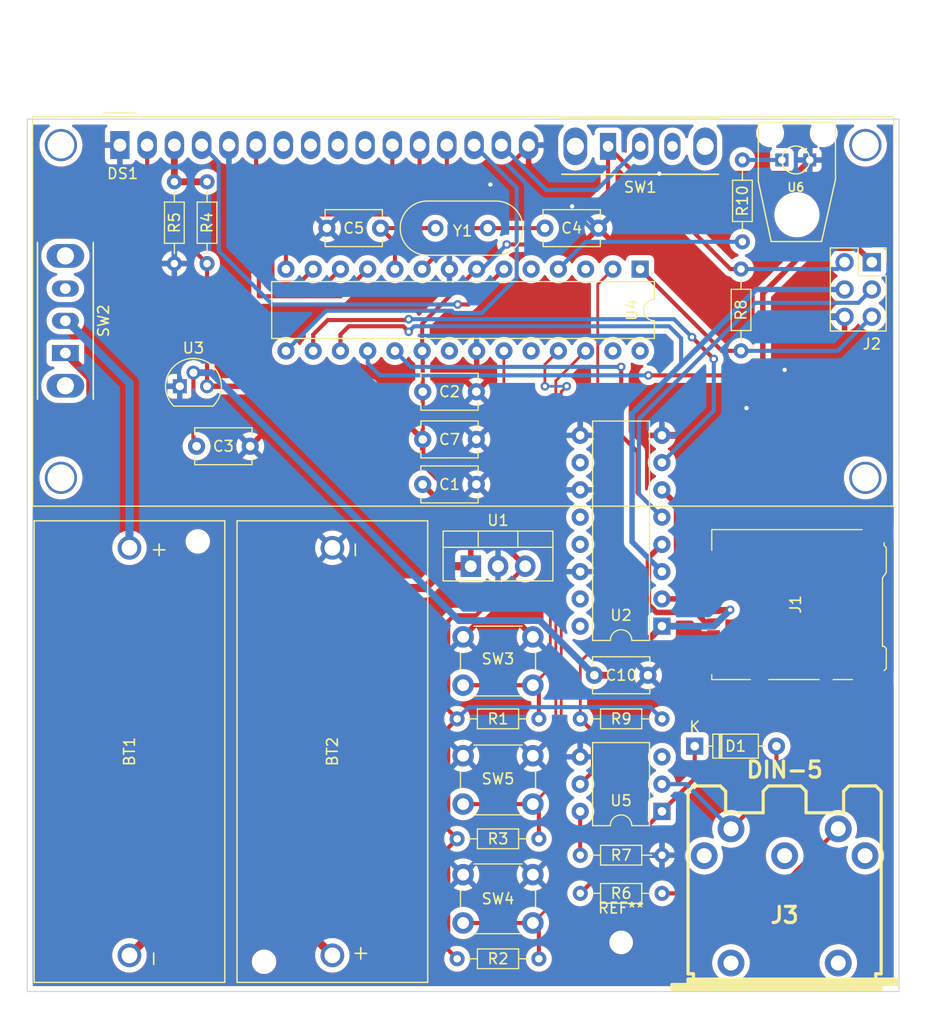
<source format=kicad_pcb>
(kicad_pcb (version 20211014) (generator pcbnew)
  (layers (0 "F.Cu" signal) (31 "B.Cu" signal) (34 "B.Paste" user) (35 "F.Paste" user) (36 "B.SilkS" user "B.Silkscreen") (37 "F.SilkS" user "F.Silkscreen") (38 "B.Mask" user) (39 "F.Mask" user) (44 "Edge.Cuts" user))
  (net 0 "")
  (net 1 "Net-(BT1-PadN)")
  (net 2 "VCC")
  (net 3 "GND")
  (net 4 "Net-(C1-Pad1)")
  (net 5 "+5V")
  (net 6 "+3.3V")
  (net 7 "/X1")
  (net 8 "/X2")
  (net 9 "Net-(D1-Pad1)")
  (net 10 "Net-(D1-Pad2)")
  (net 11 "Net-(DS1-Pad3)")
  (net 12 "/RS")
  (net 13 "/E")
  (net 18 "/DB4")
  (net 19 "/DB5")
  (net 20 "/DB6")
  (net 21 "/DB7")
  (net 22 "/BL")
  (net 24 "Net-(J1-Pad2)")
  (net 25 "Net-(J1-Pad3)")
  (net 26 "Net-(J1-Pad5)")
  (net 27 "/DO")
  (net 30 "/CD")
  (net 31 "/CLK")
  (net 32 "/DI")
  (net 33 "/RESET")
  (net 35 "Net-(J3-Pad4)")
  (net 38 "/UP")
  (net 39 "/DN")
  (net 40 "/OK")
  (net 41 "Net-(R7-Pad1)")
  (net 42 "/RX")
  (net 44 "/CS")
  (net 56 "/OPT")
  (net 57 "Net-(R10-Pad1)")
  (footprint "Resistor_THT:R_Axial_DIN0204_L3.6mm_D1.6mm_P7.62mm_Horizontal" (layer "F.Cu") (at 82.042 97.536 180)
    (fp_text reference "R6" (at 3.81 0) (layer "F.SilkS"))
    (fp_text value "220R")
    (pad "1" thru_hole circle (at 0 0 180) (size 1.4 1.4) (drill 0.7) (layers *.Cu *.Mask) (net 35 "Net-(J3-Pad4)"))
    (pad "2" thru_hole oval (at 7.62 0 180) (size 1.4 1.4) (drill 0.7) (layers *.Cu *.Mask) (net 9 "Net-(D1-Pad1)"))
  )
  (footprint "BH123A:BAT_BH123A" (layer "F.Cu") (at 32.39 84.328 90)
    (fp_text reference "BT1" (at 0 0 90) (layer "F.SilkS"))
    (fp_text value "BH123A")
    (fp_text user "+" (at 18.796 2.662 90) (layer "F.SilkS") (effects (font (size 1.4 1.4))))
    (fp_text user "-" (at -19.304 2.154 90) (layer "F.SilkS") (effects (font (size 1.4 1.4))))
    (pad "" np_thru_hole circle locked (at 19.58 6.37 90) (size 1.27 1.27) (drill 1.27) (layers *.Cu *.Mask))
    (pad "N" thru_hole circle locked (at -18.985 0 90) (size 2.205 2.205) (drill 1.47) (layers *.Cu *.Mask) (net 1 "Net-(BT1-PadN)"))
    (pad "P" thru_hole circle locked (at 18.985 0 90) (size 2.205 2.205) (drill 1.47) (layers *.Cu *.Mask) (net 2 "VCC"))
  )
  (footprint "Package_DIP:DIP-16_W7.62mm" (layer "F.Cu") (at 82.032 72.644 180)
    (fp_text reference "U2" (at 3.81 1.016) (layer "F.SilkS"))
    (fp_text value "4050")
    (pad "1" thru_hole rect (at 0 0 180) (size 1.6 1.6) (drill 0.8) (layers *.Cu *.Mask) (net 6 "+3.3V"))
    (pad "2" thru_hole oval (at 0 2.54 180) (size 1.6 1.6) (drill 0.8) (layers *.Cu *.Mask) (net 25 "Net-(J1-Pad3)"))
    (pad "3" thru_hole oval (at 0 5.08 180) (size 1.6 1.6) (drill 0.8) (layers *.Cu *.Mask) (net 32 "/DI"))
    (pad "4" thru_hole oval (at 0 7.62 180) (size 1.6 1.6) (drill 0.8) (layers *.Cu *.Mask) (net 26 "Net-(J1-Pad5)"))
    (pad "5" thru_hole oval (at 0 10.16 180) (size 1.6 1.6) (drill 0.8) (layers *.Cu *.Mask) (net 31 "/CLK"))
    (pad "6" thru_hole oval (at 0 12.7 180) (size 1.6 1.6) (drill 0.8) (layers *.Cu *.Mask) (net 24 "Net-(J1-Pad2)"))
    (pad "7" thru_hole oval (at 0 15.24 180) (size 1.6 1.6) (drill 0.8) (layers *.Cu *.Mask) (net 44 "/CS"))
    (pad "8" thru_hole oval (at 0 17.78 180) (size 1.6 1.6) (drill 0.8) (layers *.Cu *.Mask) (net 3 "GND"))
    (pad "9" thru_hole oval (at 7.62 17.78 180) (size 1.6 1.6) (drill 0.8) (layers *.Cu *.Mask) (net 3 "GND"))
    (pad "10" thru_hole oval (at 7.62 15.24 180) (size 1.6 1.6) (drill 0.8) (layers *.Cu *.Mask))
    (pad "11" thru_hole oval (at 7.62 12.7 180) (size 1.6 1.6) (drill 0.8) (layers *.Cu *.Mask) (net 3 "GND"))
    (pad "12" thru_hole oval (at 7.62 10.16 180) (size 1.6 1.6) (drill 0.8) (layers *.Cu *.Mask))
    (pad "13" thru_hole oval (at 7.62 7.62 180) (size 1.6 1.6) (drill 0.8) (layers *.Cu *.Mask))
    (pad "14" thru_hole oval (at 7.62 5.08 180) (size 1.6 1.6) (drill 0.8) (layers *.Cu *.Mask) (net 3 "GND"))
    (pad "15" thru_hole oval (at 7.62 2.54 180) (size 1.6 1.6) (drill 0.8) (layers *.Cu *.Mask))
    (pad "16" thru_hole oval (at 7.62 0 180) (size 1.6 1.6) (drill 0.8) (layers *.Cu *.Mask))
  )
  (footprint "w_conn_av:din-5" (layer "F.Cu") (at 93.472 97.028)
    (fp_text reference "J3" (at 0 2.54) (layer "F.SilkS") (effects (font (size 1.5 1.5) (thickness 0.3))))
    (fp_text value "DIN-5" (at 0 -11) (layer "F.SilkS") (effects (font (size 1.5 1.5) (thickness 0.3))))
    (pad "1" thru_hole circle locked (at 7.5 -3) (size 2.5 2.5) (drill 1.4) (layers *.Cu *.Mask))
    (pad "2" thru_hole circle locked (at 0 -3) (size 2.5 2.5) (drill 1.4) (layers *.Cu *.Mask))
    (pad "3" thru_hole circle locked (at -7.5 -3) (size 2.5 2.5) (drill 1.4) (layers *.Cu *.Mask))
    (pad "4" thru_hole circle locked (at 5 -5.5) (size 2.5 2.5) (drill 1.4) (layers *.Cu *.Mask) (net 35 "Net-(J3-Pad4)"))
    (pad "5" thru_hole circle locked (at -5 -5.5) (size 2.5 2.5) (drill 1.4) (layers *.Cu *.Mask) (net 10 "Net-(D1-Pad2)"))
    (pad "6" thru_hole circle locked (at -5 7) (size 2.5 2.5) (drill 1.4) (layers *.Cu *.Mask))
    (pad "6" thru_hole circle locked (at 5 7) (size 2.5 2.5) (drill 1.4) (layers *.Cu *.Mask))
  )
  (footprint "Button_Switch_THT:SW_PUSH_6mm_H7.3mm" (layer "F.Cu") (at 63.5 73.642)
    (fp_text reference "SW3" (at 3.25 2.05) (layer "F.SilkS"))
    (fp_text value "UP_SW")
    (pad "1" thru_hole circle (at 0 0 90) (size 2 2) (drill 1.1) (layers *.Cu *.Mask) (net 3 "GND"))
    (pad "1" thru_hole circle (at 6.5 0 90) (size 2 2) (drill 1.1) (layers *.Cu *.Mask) (net 3 "GND"))
    (pad "2" thru_hole circle (at 6.5 4.5 90) (size 2 2) (drill 1.1) (layers *.Cu *.Mask) (net 38 "/UP"))
    (pad "2" thru_hole circle (at 0 4.5 90) (size 2 2) (drill 1.1) (layers *.Cu *.Mask) (net 38 "/UP"))
  )
  (footprint "Resistor_THT:R_Axial_DIN0204_L3.6mm_D1.6mm_P7.62mm_Horizontal" (layer "F.Cu") (at 62.94 92.456)
    (fp_text reference "R3" (at 3.81 0) (layer "F.SilkS"))
    (fp_text value "1k")
    (pad "1" thru_hole circle (at 0 0) (size 1.4 1.4) (drill 0.7) (layers *.Cu *.Mask) (net 5 "+5V"))
    (pad "2" thru_hole oval (at 7.62 0) (size 1.4 1.4) (drill 0.7) (layers *.Cu *.Mask) (net 40 "/OK"))
  )
  (footprint "IFE91A:OPTO-TRANSMITTER" (layer "F.Cu") (at 94.517625 29.21)
    (fp_text reference "U6" (at 0 2.54) (layer "F.SilkS") (effects (font (size 0.787402 0.787402))))
    (fp_text value "IFE91A")
    (pad "" np_thru_hole circle locked (at 0.1 5.1) (size 3.2 3.2) (drill 3.2) (layers *.Cu *.Mask))
    (pad "" np_thru_hole circle locked (at -2.4 -2.5) (size 1.6 1.6) (drill 1.6) (layers *.Cu *.Mask))
    (pad "" np_thru_hole circle locked (at 2.6 -2.5) (size 1.6 1.6) (drill 1.6) (layers *.Cu *.Mask))
    (pad "P$1" thru_hole rect locked (at 1.3 0) (size 1.208 1.208) (drill 0.7) (layers *.Cu *.Mask) (net 3 "GND"))
    (pad "P$2" thru_hole rect locked (at -1.3 0) (size 1.208 1.208) (drill 0.7) (layers *.Cu *.Mask) (net 56 "/OPT"))
  )
  (footprint "Package_TO_SOT_THT:TO-92" (layer "F.Cu") (at 37.084 50.292)
    (fp_text reference "U3" (at 1.27 -3.56) (layer "F.SilkS"))
    (fp_text value "LD1086V33-DG")
    (pad "1" thru_hole rect (at 0 0) (size 1.3 1.3) (drill 0.75) (layers *.Cu *.Mask) (net 3 "GND"))
    (pad "2" thru_hole circle (at 1.27 -1.27) (size 1.3 1.3) (drill 0.75) (layers *.Cu *.Mask) (net 6 "+3.3V"))
    (pad "3" thru_hole circle (at 2.54 0) (size 1.3 1.3) (drill 0.75) (layers *.Cu *.Mask) (net 5 "+5V"))
  )
  (footprint "Diode_THT:D_DO-35_SOD27_P7.62mm_Horizontal" (layer "F.Cu") (at 85.09 83.82)
    (fp_text reference "D1" (at 3.81 0) (layer "F.SilkS"))
    (fp_text value "1N4148")
    (fp_text user "K" (at 0 -1.8) (layer "F.SilkS"))
    (pad "1" thru_hole rect (at 0 0) (size 1.6 1.6) (drill 0.8) (layers *.Cu *.Mask) (net 9 "Net-(D1-Pad1)"))
    (pad "2" thru_hole oval (at 7.62 0) (size 1.6 1.6) (drill 0.8) (layers *.Cu *.Mask) (net 10 "Net-(D1-Pad2)"))
  )
  (footprint "BH123A:BAT_BH123A" (layer "F.Cu") (at 51.308 84.328 -90)
    (fp_text reference "BT2" (at 0 0 90) (layer "F.SilkS"))
    (fp_text value "BH123A")
    (fp_text user "-" (at -18.796 -2.032 90) (layer "F.SilkS") (effects (font (size 1.4 1.4))))
    (fp_text user "+" (at 18.796 -2.54 90) (layer "F.SilkS") (effects (font (size 1.4 1.4))))
    (pad "" np_thru_hole circle locked (at 19.58 6.37 270) (size 1.27 1.27) (drill 1.27) (layers *.Cu *.Mask))
    (pad "N" thru_hole circle locked (at -18.985 0 270) (size 2.205 2.205) (drill 1.47) (layers *.Cu *.Mask) (net 3 "GND"))
    (pad "P" thru_hole circle locked (at 18.985 0 270) (size 2.205 2.205) (drill 1.47) (layers *.Cu *.Mask) (net 1 "Net-(BT1-PadN)"))
  )
  (footprint "Display:WC1602A" (layer "F.Cu") (at 31.5 27.8225)
    (fp_text reference "DS1" (at 0.25 2.6575) (layer "F.SilkS"))
    (fp_text value "WC1602A")
    (pad "" thru_hole circle (at 69.5 0) (size 3 3) (drill 2.5) (layers *.Cu *.Mask))
    (pad "" thru_hole circle (at -5.4991 31.0007) (size 3 3) (drill 2.5) (layers *.Cu *.Mask))
    (pad "" thru_hole circle (at 69.49948 31.0007) (size 3 3) (drill 2.5) (layers *.Cu *.Mask))
    (pad "" thru_hole circle (at -5.4991 0) (size 3 3) (drill 2.5) (layers *.Cu *.Mask))
    (pad "1" thru_hole rect (at 0 0) (size 1.8 2.6) (drill 1.2) (layers *.Cu *.Mask) (net 3 "GND"))
    (pad "2" thru_hole oval (at 2.54 0) (size 1.8 2.6) (drill 1.2) (layers *.Cu *.Mask) (net 5 "+5V"))
    (pad "3" thru_hole oval (at 5.08 0) (size 1.8 2.6) (drill 1.2) (layers *.Cu *.Mask) (net 11 "Net-(DS1-Pad3)"))
    (pad "4" thru_hole oval (at 7.62 0) (size 1.8 2.6) (drill 1.2) (layers *.Cu *.Mask) (net 12 "/RS"))
    (pad "5" thru_hole oval (at 10.16 0) (size 1.8 2.6) (drill 1.2) (layers *.Cu *.Mask) (net 3 "GND"))
    (pad "6" thru_hole oval (at 12.7 0) (size 1.8 2.6) (drill 1.2) (layers *.Cu *.Mask) (net 13 "/E"))
    (pad "7" thru_hole oval (at 15.24 0) (size 1.8 2.6) (drill 1.2) (layers *.Cu *.Mask))
    (pad "8" thru_hole oval (at 17.78 0) (size 1.8 2.6) (drill 1.2) (layers *.Cu *.Mask))
    (pad "9" thru_hole oval (at 20.32 0) (size 1.8 2.6) (drill 1.2) (layers *.Cu *.Mask))
    (pad "10" thru_hole oval (at 22.86 0) (size 1.8 2.6) (drill 1.2) (layers *.Cu *.Mask))
    (pad "11" thru_hole oval (at 25.4 0) (size 1.8 2.6) (drill 1.2) (layers *.Cu *.Mask) (net 18 "/DB4"))
    (pad "12" thru_hole oval (at 27.94 0) (size 1.8 2.6) (drill 1.2) (layers *.Cu *.Mask) (net 19 "/DB5"))
    (pad "13" thru_hole oval (at 30.48 0) (size 1.8 2.6) (drill 1.2) (layers *.Cu *.Mask) (net 20 "/DB6"))
    (pad "14" thru_hole oval (at 33.02 0) (size 1.8 2.6) (drill 1.2) (layers *.Cu *.Mask) (net 21 "/DB7"))
    (pad "15" thru_hole oval (at 35.56 0) (size 1.8 2.6) (drill 1.2) (layers *.Cu *.Mask) (net 22 "/BL"))
    (pad "16" thru_hole oval (at 38.1 0) (size 1.8 2.6) (drill 1.2) (layers *.Cu *.Mask) (net 3 "GND"))
  )
  (footprint "Resistor_THT:R_Axial_DIN0204_L3.6mm_D1.6mm_P7.62mm_Horizontal" (layer "F.Cu") (at 89.535 36.83 90)
    (fp_text reference "R10" (at 3.81 0 90) (layer "F.SilkS"))
    (fp_text value "100R")
    (pad "1" thru_hole circle (at 0 0 90) (size 1.4 1.4) (drill 0.7) (layers *.Cu *.Mask) (net 57 "Net-(R10-Pad1)"))
    (pad "2" thru_hole oval (at 7.62 0 90) (size 1.4 1.4) (drill 0.7) (layers *.Cu *.Mask) (net 56 "/OPT"))
  )
  (footprint "Capacitor_THT:C_Disc_D5.1mm_W3.2mm_P5.00mm" (layer "F.Cu") (at 71.12 35.56)
    (fp_text reference "C4" (at 2.5 0) (layer "F.SilkS"))
    (fp_text value "18pF")
    (pad "1" thru_hole circle (at 0 0) (size 1.6 1.6) (drill 0.8) (layers *.Cu *.Mask) (net 7 "/X1"))
    (pad "2" thru_hole circle (at 5 0) (size 1.6 1.6) (drill 0.8) (layers *.Cu *.Mask) (net 3 "GND"))
  )
  (footprint "Capacitor_THT:C_Disc_D5.1mm_W3.2mm_P5.00mm" (layer "F.Cu") (at 75.732 77.216)
    (fp_text reference "C10" (at 2.5 0) (layer "F.SilkS"))
    (fp_text value "100nF")
    (pad "1" thru_hole circle (at 0 0) (size 1.6 1.6) (drill 0.8) (layers *.Cu *.Mask) (net 6 "+3.3V"))
    (pad "2" thru_hole circle (at 5 0) (size 1.6 1.6) (drill 0.8) (layers *.Cu *.Mask) (net 3 "GND"))
  )
  (footprint "Resistor_THT:R_Axial_DIN0204_L3.6mm_D1.6mm_P7.62mm_Horizontal" (layer "F.Cu") (at 89.408 39.37 -90)
    (fp_text reference "R8" (at 3.81 0 90) (layer "F.SilkS"))
    (fp_text value "10k")
    (pad "1" thru_hole circle (at 0 0 270) (size 1.4 1.4) (drill 0.7) (layers *.Cu *.Mask) (net 5 "+5V"))
    (pad "2" thru_hole oval (at 7.62 0 270) (size 1.4 1.4) (drill 0.7) (layers *.Cu *.Mask) (net 33 "/RESET"))
  )
  (footprint "Resistor_THT:R_Axial_DIN0204_L3.6mm_D1.6mm_P7.62mm_Horizontal" (layer "F.Cu") (at 62.94 81.28)
    (fp_text reference "R1" (at 3.81 0) (layer "F.SilkS"))
    (fp_text value "1k")
    (pad "1" thru_hole circle (at 0 0) (size 1.4 1.4) (drill 0.7) (layers *.Cu *.Mask) (net 5 "+5V"))
    (pad "2" thru_hole oval (at 7.62 0) (size 1.4 1.4) (drill 0.7) (layers *.Cu *.Mask) (net 38 "/UP"))
  )
  (footprint "Connector_PinSocket_2.54mm:PinSocket_2x03_P2.54mm_Vertical" (layer "F.Cu") (at 101.6 38.735)
    (fp_text reference "J2" (at 0 7.62) (layer "F.SilkS"))
    (fp_text value "AVR-ISP-6")
    (pad "1" thru_hole rect (at 0 0) (size 1.7 1.7) (drill 1) (layers *.Cu *.Mask) (net 27 "/DO"))
    (pad "2" thru_hole oval (at -2.54 0) (size 1.7 1.7) (drill 1) (layers *.Cu *.Mask) (net 5 "+5V"))
    (pad "3" thru_hole oval (at 0 2.54) (size 1.7 1.7) (drill 1) (layers *.Cu *.Mask) (net 31 "/CLK"))
    (pad "4" thru_hole oval (at -2.54 2.54) (size 1.7 1.7) (drill 1) (layers *.Cu *.Mask) (net 32 "/DI"))
    (pad "5" thru_hole oval (at 0 5.08) (size 1.7 1.7) (drill 1) (layers *.Cu *.Mask) (net 33 "/RESET"))
    (pad "6" thru_hole oval (at -2.54 5.08) (size 1.7 1.7) (drill 1) (layers *.Cu *.Mask) (net 3 "GND"))
  )
  (footprint "Switch:Switch 12x6mm" (layer "F.Cu") (at 80.01 27.94)
    (fp_text reference "SW1" (at 0 3.81) (layer "F.SilkS"))
    (fp_text value "BL_SW")
    (pad "" thru_hole oval (at 6.05 0) (size 2.2 3.5) (drill 1.6) (layers *.Cu *.Mask))
    (pad "" thru_hole oval (at -6.05 0) (size 2.2 3.5) (drill 1.6) (layers *.Cu *.Mask))
    (pad "1" thru_hole rect (at -3 0) (size 1.5 2.5) (drill 1) (layers *.Cu *.Mask) (net 5 "+5V"))
    (pad "2" thru_hole oval (at 0 0) (size 1.5 2.5) (drill 1) (layers *.Cu *.Mask) (net 22 "/BL"))
    (pad "3" thru_hole oval (at 3 0) (size 1.5 2.5) (drill 1) (layers *.Cu *.Mask))
  )
  (footprint "Crystal:Crystal_HC49-4H_Vertical" (layer "F.Cu") (at 60.92 35.56)
    (fp_text reference "Y1" (at 2.53 0.2625) (layer "F.SilkS"))
    (fp_text value "Crystal")
    (pad "1" thru_hole circle (at 0 0) (size 1.5 1.5) (drill 0.8) (layers *.Cu *.Mask) (net 8 "/X2"))
    (pad "2" thru_hole circle (at 4.88 0) (size 1.5 1.5) (drill 0.8) (layers *.Cu *.Mask) (net 7 "/X1"))
  )
  (footprint "MountingHole:MountingHole_2.2mm_M2" (layer "F.Cu") (at 78.232 102.108)
    (fp_text reference "REF**" (at 0 -3.2) (layer "F.SilkS"))
    (fp_text value "MountingHole_2.2mm_M2")
    (pad "" np_thru_hole circle (at 0 0) (size 2.2 2.2) (drill 2.2) (layers *.Cu *.Mask))
  )
  (footprint "Resistor_THT:R_Axial_DIN0204_L3.6mm_D1.6mm_P7.62mm_Horizontal" (layer "F.Cu") (at 62.94 103.632)
    (fp_text reference "R2" (at 3.81 0) (layer "F.SilkS"))
    (fp_text value "1k")
    (pad "1" thru_hole circle (at 0 0) (size 1.4 1.4) (drill 0.7) (layers *.Cu *.Mask) (net 5 "+5V"))
    (pad "2" thru_hole oval (at 7.62 0) (size 1.4 1.4) (drill 0.7) (layers *.Cu *.Mask) (net 39 "/DN"))
  )
  (footprint "Package_DIP:DIP-28_W7.62mm" (layer "F.Cu") (at 80 39.38 -90)
    (fp_text reference "U4" (at 3.81 0.752 90) (layer "F.SilkS"))
    (fp_text value "ATmega168-20P")
    (pad "1" thru_hole rect (at 0 0 270) (size 1.6 1.6) (drill 0.8) (layers *.Cu *.Mask) (net 33 "/RESET"))
    (pad "2" thru_hole oval (at 0 2.54 270) (size 1.6 1.6) (drill 0.8) (layers *.Cu *.Mask) (net 42 "/RX"))
    (pad "3" thru_hole oval (at 0 5.08 270) (size 1.6 1.6) (drill 0.8) (layers *.Cu *.Mask))
    (pad "4" thru_hole oval (at 0 7.62 270) (size 1.6 1.6) (drill 0.8) (layers *.Cu *.Mask) (net 57 "Net-(R10-Pad1)"))
    (pad "5" thru_hole oval (at 0 10.16 270) (size 1.6 1.6) (drill 0.8) (layers *.Cu *.Mask))
    (pad "6" thru_hole oval (at 0 12.7 270) (size 1.6 1.6) (drill 0.8) (layers *.Cu *.Mask) (net 12 "/RS"))
    (pad "7" thru_hole oval (at 0 15.24 270) (size 1.6 1.6) (drill 0.8) (layers *.Cu *.Mask) (net 5 "+5V"))
    (pad "8" thru_hole oval (at 0 17.78 270) (size 1.6 1.6) (drill 0.8) (layers *.Cu *.Mask) (net 3 "GND"))
    (pad "9" thru_hole oval (at 0 20.32 270) (size 1.6 1.6) (drill 0.8) (layers *.Cu *.Mask) (net 7 "/X1"))
    (pad "10" thru_hole oval (at 0 22.86 270) (size 1.6 1.6) (drill 0.8) (layers *.Cu *.Mask) (net 8 "/X2"))
    (pad "11" thru_hole oval (at 0 25.4 270) (size 1.6 1.6) (drill 0.8) (layers *.Cu *.Mask) (net 13 "/E"))
    (pad "12" thru_hole oval (at 0 27.94 270) (size 1.6 1.6) (drill 0.8) (layers *.Cu *.Mask) (net 18 "/DB4"))
    (pad "13" thru_hole oval (at 0 30.48 270) (size 1.6 1.6) (drill 0.8) (layers *.Cu *.Mask) (net 19 "/DB5"))
    (pad "14" thru_hole oval (at 0 33.02 270) (size 1.6 1.6) (drill 0.8) (layers *.Cu *.Mask) (net 20 "/DB6"))
    (pad "15" thru_hole oval (at 7.62 33.02 270) (size 1.6 1.6) (drill 0.8) (layers *.Cu *.Mask) (net 21 "/DB7"))
    (pad "16" thru_hole oval (at 7.62 30.48 270) (size 1.6 1.6) (drill 0.8) (layers *.Cu *.Mask) (net 44 "/CS"))
    (pad "17" thru_hole oval (at 7.62 27.94 270) (size 1.6 1.6) (drill 0.8) (layers *.Cu *.Mask) (net 32 "/DI"))
    (pad "18" thru_hole oval (at 7.62 25.4 270) (size 1.6 1.6) (drill 0.8) (layers *.Cu *.Mask) (net 27 "/DO"))
    (pad "19" thru_hole oval (at 7.62 22.86 270) (size 1.6 1.6) (drill 0.8) (layers *.Cu *.Mask) (net 31 "/CLK"))
    (pad "20" thru_hole oval (at 7.62 20.32 270) (size 1.6 1.6) (drill 0.8) (layers *.Cu *.Mask) (net 5 "+5V"))
    (pad "21" thru_hole oval (at 7.62 17.78 270) (size 1.6 1.6) (drill 0.8) (layers *.Cu *.Mask))
    (pad "22" thru_hole oval (at 7.62 15.24 270) (size 1.6 1.6) (drill 0.8) (layers *.Cu *.Mask) (net 3 "GND"))
    (pad "23" thru_hole oval (at 7.62 12.7 270) (size 1.6 1.6) (drill 0.8) (layers *.Cu *.Mask) (net 38 "/UP"))
    (pad "24" thru_hole oval (at 7.62 10.16 270) (size 1.6 1.6) (drill 0.8) (layers *.Cu *.Mask))
    (pad "25" thru_hole oval (at 7.62 7.62 270) (size 1.6 1.6) (drill 0.8) (layers *.Cu *.Mask) (net 39 "/DN"))
    (pad "26" thru_hole oval (at 7.62 5.08 270) (size 1.6 1.6) (drill 0.8) (layers *.Cu *.Mask) (net 40 "/OK"))
    (pad "27" thru_hole oval (at 7.62 2.54 270) (size 1.6 1.6) (drill 0.8) (layers *.Cu *.Mask))
    (pad "28" thru_hole oval (at 7.62 0 270) (size 1.6 1.6) (drill 0.8) (layers *.Cu *.Mask))
  )
  (footprint "Capacitor_THT:C_Disc_D5.1mm_W3.2mm_P5.00mm" (layer "F.Cu") (at 59.73 50.8)
    (fp_text reference "C2" (at 2.5 0) (layer "F.SilkS"))
    (fp_text value "1uF")
    (pad "1" thru_hole circle (at 0 0) (size 1.6 1.6) (drill 0.8) (layers *.Cu *.Mask) (net 5 "+5V"))
    (pad "2" thru_hole circle (at 5 0) (size 1.6 1.6) (drill 0.8) (layers *.Cu *.Mask) (net 3 "GND"))
  )
  (footprint "Capacitor_THT:C_Disc_D5.1mm_W3.2mm_P5.00mm" (layer "F.Cu") (at 59.73 55.245)
    (fp_text reference "C7" (at 2.5 0) (layer "F.SilkS"))
    (fp_text value "100nF")
    (pad "1" thru_hole circle (at 0 0) (size 1.6 1.6) (drill 0.8) (layers *.Cu *.Mask) (net 5 "+5V"))
    (pad "2" thru_hole circle (at 5 0) (size 1.6 1.6) (drill 0.8) (layers *.Cu *.Mask) (net 3 "GND"))
  )
  (footprint "Resistor_THT:R_Axial_DIN0204_L3.6mm_D1.6mm_P7.62mm_Horizontal" (layer "F.Cu") (at 39.624 31.242 -90)
    (fp_text reference "R4" (at 3.81 0 90) (layer "F.SilkS"))
    (fp_text value "10k")
    (pad "1" thru_hole circle (at 0 0 270) (size 1.4 1.4) (drill 0.7) (layers *.Cu *.Mask) (net 11 "Net-(DS1-Pad3)"))
    (pad "2" thru_hole oval (at 7.62 0 270) (size 1.4 1.4) (drill 0.7) (layers *.Cu *.Mask) (net 5 "+5V"))
  )
  (footprint "Resistor_THT:R_Axial_DIN0204_L3.6mm_D1.6mm_P7.62mm_Horizontal" (layer "F.Cu") (at 74.422 93.98)
    (fp_text reference "R7" (at 3.81 0) (layer "F.SilkS"))
    (fp_text value "100k")
    (pad "1" thru_hole circle (at 0 0) (size 1.4 1.4) (drill 0.7) (layers *.Cu *.Mask) (net 41 "Net-(R7-Pad1)"))
    (pad "2" thru_hole oval (at 7.62 0) (size 1.4 1.4) (drill 0.7) (layers *.Cu *.Mask) (net 3 "GND"))
  )
  (footprint "Button_Switch_THT:SW_PUSH_6mm_H7.3mm" (layer "F.Cu") (at 63.5 95.794)
    (fp_text reference "SW4" (at 3.25 2.25) (layer "F.SilkS"))
    (fp_text value "DN_SW")
    (pad "1" thru_hole circle (at 6.5 0 90) (size 2 2) (drill 1.1) (layers *.Cu *.Mask) (net 3 "GND"))
    (pad "1" thru_hole circle (at 0 0 90) (size 2 2) (drill 1.1) (layers *.Cu *.Mask) (net 3 "GND"))
    (pad "2" thru_hole circle (at 0 4.5 90) (size 2 2) (drill 1.1) (layers *.Cu *.Mask) (net 39 "/DN"))
    (pad "2" thru_hole circle (at 6.5 4.5 90) (size 2 2) (drill 1.1) (layers *.Cu *.Mask) (net 39 "/DN"))
  )
  (footprint "Connector_Card:microSD_HC_Hirose_DM3AT-SF-PEJM5" (layer "F.Cu") (at 94.563 70.642 90)
    (fp_text reference "J1" (at 0.03 -0.075 90) (layer "F.SilkS"))
    (fp_text value "Micro_SD_Card_Det")
    (pad "1" smd rect (at 2.775 -7.725 90) (size 0.7 1.2) (layers "F.Cu" "F.Paste" "F.Mask"))
    (pad "2" smd rect (at 1.675 -7.725 90) (size 0.7 1.2) (layers "F.Cu" "F.Paste" "F.Mask") (net 24 "Net-(J1-Pad2)"))
    (pad "3" smd rect (at 0.575 -7.725 90) (size 0.7 1.2) (layers "F.Cu" "F.Paste" "F.Mask") (net 25 "Net-(J1-Pad3)"))
    (pad "4" smd rect (at -0.525 -7.725 90) (size 0.7 1.2) (layers "F.Cu" "F.Paste" "F.Mask") (net 6 "+3.3V"))
    (pad "5" smd rect (at -1.625 -7.725 90) (size 0.7 1.2) (layers "F.Cu" "F.Paste" "F.Mask") (net 26 "Net-(J1-Pad5)"))
    (pad "6" smd rect (at -2.725 -7.725 90) (size 0.7 1.2) (layers "F.Cu" "F.Paste" "F.Mask") (net 3 "GND"))
    (pad "7" smd rect (at -3.825 -7.725 90) (size 0.7 1.2) (layers "F.Cu" "F.Paste" "F.Mask") (net 27 "/DO"))
    (pad "8" smd rect (at -4.925 -7.725 90) (size 0.7 1.2) (layers "F.Cu" "F.Paste" "F.Mask"))
    (pad "9" smd rect (at -5.875 -7.725 90) (size 0.7 1.2) (layers "F.Cu" "F.Paste" "F.Mask"))
    (pad "10" smd rect (at -6.825 2.775 90) (size 1 0.8) (layers "F.Cu" "F.Paste" "F.Mask") (net 30 "/CD"))
    (pad "11" smd rect (at 6.675 7.375 90) (size 1.3 1.9) (layers "F.Cu" "F.Paste" "F.Mask") (net 3 "GND"))
    (pad "11" smd rect (at -6.825 6.925 90) (size 1 2.8) (layers "F.Cu" "F.Paste" "F.Mask") (net 3 "GND"))
    (pad "11" smd rect (at -6.825 -3.425 90) (size 1 1.2) (layers "F.Cu" "F.Paste" "F.Mask") (net 3 "GND"))
    (pad "11" smd rect (at 4.325 -7.725 90) (size 1 1.2) (layers "F.Cu" "F.Paste" "F.Mask") (net 3 "GND"))
    (zone (net 0) (net_name "") (layer "F.Cu") (connect_pads (clearance 0)) (min_thickness 0.254)
      (keepout (tracks not_allowed) (vias not_allowed) (pads not_allowed) (copperpour not_allowed) (footprints not_allowed))
      (fill (thermal_gap 0.508) (thermal_bridge_width 0.508))
      (polygon (pts (xy 90.538 77.117) (xy 90.538 77.867) (xy 87.288 77.867) (xy 87.288 77.117)))
    )
    (zone (net 0) (net_name "") (layer "F.Cu") (connect_pads (clearance 0)) (min_thickness 0.254)
      (keepout (tracks not_allowed) (vias not_allowed) (pads not_allowed) (copperpour not_allowed) (footprints not_allowed))
      (fill (thermal_gap 0.508) (thermal_bridge_width 0.508))
      (polygon (pts (xy 93.138 76.767) (xy 93.138 76.067) (xy 100.738 76.067) (xy 100.738 76.767)))
    )
    (zone (net 0) (net_name "") (layer "F.Cu") (connect_pads (clearance 0)) (min_thickness 0.254)
      (keepout (tracks not_allowed) (vias not_allowed) (pads not_allowed) (copperpour not_allowed) (footprints not_allowed))
      (fill (thermal_gap 0.508) (thermal_bridge_width 0.508))
      (polygon (pts (xy 93.438 67.367) (xy 93.438 76.067) (xy 91.838 76.067) (xy 91.838 67.367)))
    )
    (zone (net 0) (net_name "") (layer "F.Cu") (connect_pads (clearance 0)) (min_thickness 0.254)
      (keepout (tracks not_allowed) (vias not_allowed) (pads not_allowed) (copperpour not_allowed) (footprints not_allowed))
      (fill (thermal_gap 0.508) (thermal_bridge_width 0.508))
      (polygon (pts (xy 95.338 77.117) (xy 95.338 77.867) (xy 91.738 77.867) (xy 91.738 77.117)))
    )
    (zone (net 0) (net_name "") (layer "F.Cu") (connect_pads (clearance 0)) (min_thickness 0.254)
      (keepout (tracks not_allowed) (vias not_allowed) (pads not_allowed) (copperpour not_allowed) (footprints not_allowed))
      (fill (thermal_gap 0.508) (thermal_bridge_width 0.508))
      (polygon (pts (xy 101.538 67.717) (xy 101.538 65.167) (xy 102.888 65.167) (xy 102.888 67.717)))
    )
  )
  (footprint "Button_Switch_THT:SW_PUSH_6mm_H7.3mm" (layer "F.Cu") (at 63.5 84.718)
    (fp_text reference "SW5" (at 3.25 2.15) (layer "F.SilkS"))
    (fp_text value "OK_SW")
    (pad "1" thru_hole circle (at 0 0 90) (size 2 2) (drill 1.1) (layers *.Cu *.Mask) (net 3 "GND"))
    (pad "1" thru_hole circle (at 6.5 0 90) (size 2 2) (drill 1.1) (layers *.Cu *.Mask) (net 3 "GND"))
    (pad "2" thru_hole circle (at 0 4.5 90) (size 2 2) (drill 1.1) (layers *.Cu *.Mask) (net 40 "/OK"))
    (pad "2" thru_hole circle (at 6.5 4.5 90) (size 2 2) (drill 1.1) (layers *.Cu *.Mask) (net 40 "/OK"))
  )
  (footprint "Resistor_THT:R_Axial_DIN0204_L3.6mm_D1.6mm_P7.62mm_Horizontal" (layer "F.Cu") (at 36.576 31.242 -90)
    (fp_text reference "R5" (at 3.81 0 90) (layer "F.SilkS"))
    (fp_text value "1k")
    (pad "1" thru_hole circle (at 0 0 270) (size 1.4 1.4) (drill 0.7) (layers *.Cu *.Mask) (net 11 "Net-(DS1-Pad3)"))
    (pad "2" thru_hole oval (at 7.62 0 270) (size 1.4 1.4) (drill 0.7) (layers *.Cu *.Mask) (net 3 "GND"))
  )
  (footprint "Resistor_THT:R_Axial_DIN0204_L3.6mm_D1.6mm_P7.62mm_Horizontal" (layer "F.Cu") (at 74.422 81.28)
    (fp_text reference "R9" (at 3.81 0) (layer "F.SilkS"))
    (fp_text value "3.3k")
    (pad "1" thru_hole circle (at 0 0) (size 1.4 1.4) (drill 0.7) (layers *.Cu *.Mask) (net 42 "/RX"))
    (pad "2" thru_hole oval (at 7.62 0) (size 1.4 1.4) (drill 0.7) (layers *.Cu *.Mask) (net 5 "+5V"))
  )
  (footprint "Capacitor_THT:C_Disc_D5.1mm_W3.2mm_P5.00mm" (layer "F.Cu") (at 55.8 35.56 180)
    (fp_text reference "C5" (at 2.5 0) (layer "F.SilkS"))
    (fp_text value "18pF")
    (pad "1" thru_hole circle (at 0 0 180) (size 1.6 1.6) (drill 0.8) (layers *.Cu *.Mask) (net 8 "/X2"))
    (pad "2" thru_hole circle (at 5 0 180) (size 1.6 1.6) (drill 0.8) (layers *.Cu *.Mask) (net 3 "GND"))
  )
  (footprint "Switch:Switch 12x6mm" (layer "F.Cu") (at 26.416 44.196 90)
    (fp_text reference "SW2" (at 0 3.556 90) (layer "F.SilkS"))
    (fp_text value "MAIN_SW")
    (pad "" thru_hole oval (at 6.05 0 90) (size 2.2 3.5) (drill 1.6) (layers *.Cu *.Mask))
    (pad "" thru_hole oval (at -6.05 0 90) (size 2.2 3.5) (drill 1.6) (layers *.Cu *.Mask))
    (pad "1" thru_hole rect (at -3 0 90) (size 1.5 2.5) (drill 1) (layers *.Cu *.Mask) (net 4 "Net-(C1-Pad1)"))
    (pad "2" thru_hole oval (at 0 0 90) (size 1.5 2.5) (drill 1) (layers *.Cu *.Mask) (net 2 "VCC"))
    (pad "3" thru_hole oval (at 3 0 90) (size 1.5 2.5) (drill 1) (layers *.Cu *.Mask))
  )
  (footprint "Package_TO_SOT_THT:TO-220-3_Vertical" (layer "F.Cu") (at 64.21 67.056)
    (fp_text reference "U1" (at 2.54 -4.27) (layer "F.SilkS"))
    (fp_text value "LM7805_TO220")
    (pad "1" thru_hole rect (at 0 0) (size 1.905 2) (drill 1.1) (layers *.Cu *.Mask) (net 4 "Net-(C1-Pad1)"))
    (pad "2" thru_hole oval (at 2.54 0) (size 1.905 2) (drill 1.1) (layers *.Cu *.Mask) (net 3 "GND"))
    (pad "3" thru_hole oval (at 5.08 0) (size 1.905 2) (drill 1.1) (layers *.Cu *.Mask) (net 5 "+5V"))
  )
  (footprint "Capacitor_THT:C_Disc_D5.1mm_W3.2mm_P5.00mm" (layer "F.Cu") (at 38.648 55.88)
    (fp_text reference "C3" (at 2.5 0) (layer "F.SilkS"))
    (fp_text value "1uF")
    (pad "1" thru_hole circle (at 0 0) (size 1.6 1.6) (drill 0.8) (layers *.Cu *.Mask) (net 6 "+3.3V"))
    (pad "2" thru_hole circle (at 5 0) (size 1.6 1.6) (drill 0.8) (layers *.Cu *.Mask) (net 3 "GND"))
  )
  (footprint "Capacitor_THT:C_Disc_D5.1mm_W3.2mm_P5.00mm" (layer "F.Cu") (at 59.73 59.436)
    (fp_text reference "C1" (at 2.5 0) (layer "F.SilkS"))
    (fp_text value "1uF")
    (pad "1" thru_hole circle (at 0 0) (size 1.6 1.6) (drill 0.8) (layers *.Cu *.Mask) (net 4 "Net-(C1-Pad1)"))
    (pad "2" thru_hole circle (at 5 0) (size 1.6 1.6) (drill 0.8) (layers *.Cu *.Mask) (net 3 "GND"))
  )
  (footprint "Package_DIP:DIP-6_W7.62mm" (layer "F.Cu") (at 82.032 89.901 180)
    (fp_text reference "U5" (at 3.81 1.001) (layer "F.SilkS"))
    (fp_text value "4N25")
    (pad "1" thru_hole rect (at 0 0 180) (size 1.6 1.6) (drill 0.8) (layers *.Cu *.Mask) (net 9 "Net-(D1-Pad1)"))
    (pad "2" thru_hole oval (at 0 2.54 180) (size 1.6 1.6) (drill 0.8) (layers *.Cu *.Mask) (net 10 "Net-(D1-Pad2)"))
    (pad "3" thru_hole oval (at 0 5.08 180) (size 1.6 1.6) (drill 0.8) (layers *.Cu *.Mask))
    (pad "4" thru_hole oval (at 7.62 5.08 180) (size 1.6 1.6) (drill 0.8) (layers *.Cu *.Mask) (net 3 "GND"))
    (pad "5" thru_hole oval (at 7.62 2.54 180) (size 1.6 1.6) (drill 0.8) (layers *.Cu *.Mask) (net 42 "/RX"))
    (pad "6" thru_hole oval (at 7.62 0 180) (size 1.6 1.6) (drill 0.8) (layers *.Cu *.Mask) (net 41 "Net-(R7-Pad1)"))
  )
  (gr_rect (start 104.14 106.68) (end 22.86 25.4) (layer "Edge.Cuts") (width 0.1) (fill none))
  (segment (start 49.58821 101.59321) (end 51.308 103.313) (width 0.762) (layer "F.Cu") (net 1))
  (segment (start 34.10979 101.59321) (end 49.58821 101.59321) (width 0.762) (layer "F.Cu") (net 1))
  (segment (start 32.39 103.313) (end 34.10979 101.59321) (width 0.762) (layer "F.Cu") (net 1))
  (segment (start 26.578 44.196) (end 26.416 44.196) (width 0.762) (layer "B.Cu") (net 2))
  (segment (start 32.39 50.008) (end 26.578 44.196) (width 0.762) (layer "B.Cu") (net 2))
  (segment (start 32.39 65.343) (end 32.39 50.008) (width 0.762) (layer "B.Cu") (net 2))
  (segment (start 66.04 31.496) (end 69.6 27.936) (width 0.381) (layer "F.Cu") (net 3))
  (segment (start 93.472 48.768) (end 96.012 46.228) (width 0.635) (layer "F.Cu") (net 3))
  (segment (start 96.012 44.704) (end 96.901 43.815) (width 0.635) (layer "F.Cu") (net 3))
  (segment (start 95.817625 29.21) (end 94.547625 30.48) (width 0.508) (layer "F.Cu") (net 3))
  (segment (start 69.6 27.936) (end 69.6 27.8225) (width 0.381) (layer "F.Cu") (net 3))
  (segment (start 69.6 29.468) (end 73.66 33.528) (width 0.381) (layer "F.Cu") (net 3))
  (segment (start 87.376 54.864) (end 89.916 52.324) (width 0.635) (layer "F.Cu") (net 3))
  (segment (start 96.901 43.815) (end 99.06 43.815) (width 0.635) (layer "F.Cu") (net 3))
  (segment (start 82.032 54.864) (end 87.376 54.864) (width 0.635) (layer "F.Cu") (net 3))
  (segment (start 96.012 46.228) (end 96.012 44.704) (width 0.635) (layer "F.Cu") (net 3))
  (segment (start 94.547625 30.48) (end 81.788 30.48) (width 0.508) (layer "F.Cu") (net 3))
  (segment (start 69.6 27.8225) (end 69.6 29.468) (width 0.381) (layer "F.Cu") (net 3))
  (via (at 66.04 31.496) (size 0.8) (drill 0.4) (layers "F.Cu" "B.Cu") (net 3))
  (via (at 73.66 33.528) (size 0.8) (drill 0.4) (layers "F.Cu" "B.Cu") (net 3))
  (via (at 81.788 30.48) (size 0.8) (drill 0.4) (layers "F.Cu" "B.Cu") (net 3))
  (via (at 93.472 48.768) (size 0.8) (drill 0.4) (layers "F.Cu" "B.Cu") (net 3))
  (via (at 89.916 52.324) (size 0.8) (drill 0.4) (layers "F.Cu" "B.Cu") (net 3))
  (segment (start 73.66 33.822) (end 75.398 35.56) (width 0.381) (layer "B.Cu") (net 3))
  (segment (start 81.788 30.48) (end 81.2 30.48) (width 0.508) (layer "B.Cu") (net 3))
  (segment (start 62.22 35.316) (end 66.04 31.496) (width 0.381) (layer "B.Cu") (net 3))
  (segment (start 75.398 35.56) (end 76.12 35.56) (width 0.381) (layer "B.Cu") (net 3))
  (segment (start 89.916 52.324) (end 93.472 48.768) (width 0.635) (layer "B.Cu") (net 3))
  (segment (start 73.66 33.528) (end 73.66 33.822) (width 0.381) (layer "B.Cu") (net 3))
  (segment (start 62.22 39.38) (end 62.22 35.316) (width 0.381) (layer "B.Cu") (net 3))
  (segment (start 81.2 30.48) (end 76.12 35.56) (width 0.508) (layer "B.Cu") (net 3))
  (segment (start 64.21 67.056) (end 64.21 63.916) (width 0.508) (layer "F.Cu") (net 4))
  (segment (start 26.416 47.196) (end 28.747 49.527) (width 0.762) (layer "F.Cu") (net 4))
  (segment (start 61.976 67.056) (end 64.21 67.056) (width 0.762) (layer "F.Cu") (net 4))
  (segment (start 28.747 49.527) (end 28.747 67.355) (width 0.762) (layer "F.Cu") (net 4))
  (segment (start 28.747 67.355) (end 30.48 69.088) (width 0.762) (layer "F.Cu") (net 4))
  (segment (start 64.21 63.916) (end 59.73 59.436) (width 0.508) (layer "F.Cu") (net 4))
  (segment (start 59.944 69.088) (end 61.976 67.056) (width 0.762) (layer "F.Cu") (net 4))
  (segment (start 30.48 69.088) (end 59.944 69.088) (width 0.762) (layer "F.Cu") (net 4))
  (segment (start 59.73 55.245) (end 59.73 50.8) (width 0.381) (layer "F.Cu") (net 5))
  (segment (start 89.408 39.37) (end 88.418051 39.37) (width 0.381) (layer "F.Cu") (net 5))
  (segment (start 62.94 92.456) (end 62.1095 91.6255) (width 0.381) (layer "F.Cu") (net 5))
  (segment (start 77.01 32.103864) (end 77.01 27.94) (width 0.381) (layer "F.Cu") (net 5))
  (segment (start 59.68 47) (end 59.68 44.46) (width 0.381) (layer "F.Cu") (net 5))
  (segment (start 34.04 27.8225) (end 34.04 33.278) (width 0.381) (layer "F.Cu") (net 5))
  (segment (start 54.777 50.292) (end 39.624 50.292) (width 0.508) (layer "F.Cu") (net 5))
  (segment (start 59.73 57.496) (end 59.73 55.245) (width 0.508) (layer "F.Cu") (net 5))
  (segment (start 62.1095 102.8015) (end 62.1095 93.2865) (width 0.381) (layer "F.Cu") (net 5))
  (segment (start 69.29 67.056) (end 59.73 57.496) (width 0.508) (layer "F.Cu") (net 5))
  (segment (start 34.04 33.278) (end 39.624 38.862) (width 0.381) (layer "F.Cu") (net 5))
  (segment (start 59.68 44.46) (end 64.76 39.38) (width 0.381) (layer "F.Cu") (net 5))
  (segment (start 72.029864 37.084) (end 77.01 32.103864) (width 0.381) (layer "F.Cu") (net 5))
  (segment (start 67.564 37.084) (end 72.029864 37.084) (width 0.381) (layer "F.Cu") (net 5))
  (segment (start 62.94 81.28) (end 62.1095 80.4495) (width 0.381) (layer "F.Cu") (net 5))
  (segment (start 62.655872 71.628) (end 64.718 71.628) (width 0.381) (layer "F.Cu") (net 5))
  (segment (start 39.624 50.292) (end 39.624 38.862) (width 0.381) (layer "F.Cu") (net 5))
  (segment (start 62.1095 80.4495) (end 62.1095 72.174372) (width 0.381) (layer "F.Cu") (net 5))
  (segment (start 59.73 47.05) (end 59.68 47) (width 0.381) (layer "F.Cu") (net 5))
  (segment (start 62.1095 82.1105) (end 62.94 81.28) (width 0.381) (layer "F.Cu") (net 5))
  (segment (start 88.418051 39.37) (end 77.01 27.961949) (width 0.381) (layer "F.Cu") (net 5))
  (segment (start 64.718 71.628) (end 69.29 67.056) (width 0.381) (layer "F.Cu") (net 5))
  (segment (start 59.73 50.8) (end 59.73 47.05) (width 0.381) (layer "F.Cu") (net 5))
  (segment (start 62.1095 91.6255) (end 62.1095 82.1105) (width 0.381) (layer "F.Cu") (net 5))
  (segment (start 62.1095 93.2865) (end 62.94 92.456) (width 0.381) (layer "F.Cu") (net 5))
  (segment (start 77.01 27.961949) (end 77.01 27.94) (width 0.381) (layer "F.Cu") (net 5))
  (segment (start 62.94 103.632) (end 62.1095 102.8015) (width 0.381) (layer "F.Cu") (net 5))
  (segment (start 62.1095 72.174372) (end 62.655872 71.628) (width 0.381) (layer "F.Cu") (net 5))
  (segment (start 59.73 55.245) (end 54.777 50.292) (width 0.508) (layer "F.Cu") (net 5))
  (via (at 67.564 37.084) (size 0.8) (drill 0.4) (layers "F.Cu" "B.Cu") (net 5))
  (segment (start 64.0305 80.1895) (end 62.94 81.28) (width 0.381) (layer "B.Cu") (net 5))
  (segment (start 98.425 39.37) (end 99.06 38.735) (width 0.381) (layer "B.Cu") (net 5))
  (segment (start 82.042 81.28) (end 80.9515 80.1895) (width 0.381) (layer "B.Cu") (net 5))
  (segment (start 65.268 39.38) (end 67.564 37.084) (width 0.381) (layer "B.Cu") (net 5))
  (segment (start 89.408 39.37) (end 98.425 39.37) (width 0.381) (layer "B.Cu") (net 5))
  (segment (start 80.9515 80.1895) (end 64.0305 80.1895) (width 0.381) (layer "B.Cu") (net 5))
  (segment (start 64.76 39.38) (end 65.268 39.38) (width 0.381) (layer "B.Cu") (net 5))
  (segment (start 86.838 71.167) (end 88.345 71.167) (width 0.635) (layer "F.Cu") (net 6))
  (segment (start 38.354 55.586) (end 38.354 49.022) (width 0.381) (layer "F.Cu") (net 6))
  (segment (start 38.648 55.88) (end 38.354 55.586) (width 0.381) (layer "F.Cu") (net 6))
  (segment (start 77.46 77.216) (end 82.032 72.644) (width 0.635) (layer "F.Cu") (net 6))
  (segment (start 88.345 71.167) (end 88.392 71.12) (width 0.635) (layer "F.Cu") (net 6))
  (segment (start 75.732 77.216) (end 77.46 77.216) (width 0.635) (layer "F.Cu") (net 6))
  (via (at 88.392 71.12) (size 0.8) (drill 0.4) (layers "F.Cu" "B.Cu") (net 6))
  (segment (start 40.005095 49.022) (end 38.354 49.022) (width 0.635) (layer "B.Cu") (net 6))
  (segment (start 70.6405 72.1245) (end 63.107595 72.1245) (width 0.635) (layer "B.Cu") (net 6))
  (segment (start 75.732 77.216) (end 70.6405 72.1245) (width 0.635) (layer "B.Cu") (net 6))
  (segment (start 63.107595 72.1245) (end 40.005095 49.022) (width 0.635) (layer "B.Cu") (net 6))
  (segment (start 88.392 71.12) (end 86.868 72.644) (width 0.635) (layer "B.Cu") (net 6))
  (segment (start 86.868 72.644) (end 82.032 72.644) (width 0.635) (layer "B.Cu") (net 6))
  (segment (start 59.68 39.38) (end 63.5 35.56) (width 0.381) (layer "F.Cu") (net 7))
  (segment (start 65.8 35.56) (end 71.12 35.56) (width 0.381) (layer "F.Cu") (net 7))
  (segment (start 63.5 35.56) (end 65.8 35.56) (width 0.381) (layer "F.Cu") (net 7))
  (segment (start 57.14 39.38) (end 57.14 36.9) (width 0.381) (layer "F.Cu") (net 8))
  (segment (start 55.8 35.56) (end 60.92 35.56) (width 0.381) (layer "F.Cu") (net 8))
  (segment (start 57.14 36.9) (end 55.8 35.56) (width 0.381) (layer "F.Cu") (net 8))
  (segment (start 82.032 89.901) (end 85.09 86.843) (width 0.381) (layer "F.Cu") (net 9))
  (segment (start 74.422 97.536) (end 82.032 89.926) (width 0.381) (layer "F.Cu") (net 9))
  (segment (start 85.09 86.843) (end 85.09 83.82) (width 0.381) (layer "F.Cu") (net 9))
  (segment (start 82.032 89.926) (end 82.032 89.901) (width 0.381) (layer "F.Cu") (net 9))
  (segment (start 92.71 83.82) (end 92.71 87.29) (width 0.381) (layer "F.Cu") (net 10))
  (segment (start 92.71 87.29) (end 88.472 91.528) (width 0.381) (layer "F.Cu") (net 10))
  (segment (start 84.305 87.361) (end 88.472 91.528) (width 0.381) (layer "B.Cu") (net 10))
  (segment (start 82.032 87.361) (end 84.305 87.361) (width 0.381) (layer "B.Cu") (net 10))
  (segment (start 36.576 27.8265) (end 36.58 27.8225) (width 0.635) (layer "F.Cu") (net 11))
  (segment (start 36.576 31.242) (end 36.576 27.8265) (width 0.635) (layer "F.Cu") (net 11))
  (segment (start 39.624 31.242) (end 36.576 31.242) (width 0.635) (layer "F.Cu") (net 11))
  (segment (start 64.008 42.672) (end 62.992 42.672) (width 0.381) (layer "F.Cu") (net 12))
  (segment (start 67.3 39.38) (end 64.008 42.672) (width 0.381) (layer "F.Cu") (net 12))
  (via (at 62.992 42.672) (size 0.8) (drill 0.4) (layers "F.Cu" "B.Cu") (net 12))
  (segment (start 45.72 42.672) (end 40.7145 37.6665) (width 0.381) (layer "B.Cu") (net 12))
  (segment (start 40.7145 37.6665) (end 40.7145 29.417) (width 0.381) (layer "B.Cu") (net 12))
  (segment (start 40.7145 29.417) (end 39.12 27.8225) (width 0.381) (layer "B.Cu") (net 12))
  (segment (start 62.992 42.672) (end 45.72 42.672) (width 0.381) (layer "B.Cu") (net 12))
  (segment (start 44.2 29.595) (end 44.2 27.8225) (width 0.381) (layer "F.Cu") (net 13))
  (segment (start 46.99 32.385) (end 44.2 29.595) (width 0.381) (layer "F.Cu") (net 13))
  (segment (start 52.07 41.91) (end 44.45 41.91) (width 0.381) (layer "F.Cu") (net 13))
  (segment (start 54.6 39.38) (end 52.07 41.91) (width 0.381) (layer "F.Cu") (net 13))
  (segment (start 44.45 41.91) (end 44.45 36.83) (width 0.381) (layer "F.Cu") (net 13))
  (segment (start 46.99 34.29) (end 46.99 32.385) (width 0.381) (layer "F.Cu") (net 13))
  (segment (start 44.45 36.83) (end 46.99 34.29) (width 0.381) (layer "F.Cu") (net 13))
  (segment (start 55.245 33.02) (end 56.9 31.365) (width 0.381) (layer "F.Cu") (net 18))
  (segment (start 50.219 41.221) (end 45.479342 41.221) (width 0.381) (layer "F.Cu") (net 18))
  (segment (start 52.06 39.38) (end 50.219 41.221) (width 0.381) (layer "F.Cu") (net 18))
  (segment (start 49.156684 33.02) (end 55.245 33.02) (width 0.381) (layer "F.Cu") (net 18))
  (segment (start 45.139 37.037684) (end 49.156684 33.02) (width 0.381) (layer "F.Cu") (net 18))
  (segment (start 56.9 31.365) (end 56.9 27.8225) (width 0.381) (layer "F.Cu") (net 18))
  (segment (start 45.139 40.880658) (end 45.139 37.037684) (width 0.381) (layer "F.Cu") (net 18))
  (segment (start 45.479342 41.221) (end 45.139 40.880658) (width 0.381) (layer "F.Cu") (net 18))
  (segment (start 57.15 33.709) (end 59.44 31.419) (width 0.381) (layer "F.Cu") (net 19))
  (segment (start 45.72 37.278342) (end 49.289342 33.709) (width 0.381) (layer "F.Cu") (net 19))
  (segment (start 49.289342 33.709) (end 57.15 33.709) (width 0.381) (layer "F.Cu") (net 19))
  (segment (start 59.44 31.419) (end 59.44 27.8225) (width 0.381) (layer "F.Cu") (net 19))
  (segment (start 49.52 39.38) (end 48.26 40.64) (width 0.381) (layer "F.Cu") (net 19))
  (segment (start 48.26 40.64) (end 45.72 40.64) (width 0.381) (layer "F.Cu") (net 19))
  (segment (start 45.72 40.64) (end 45.72 37.278342) (width 0.381) (layer "F.Cu") (net 19))
  (segment (start 46.98 39.38) (end 46.98 36.84) (width 0.381) (layer "F.Cu") (net 20))
  (segment (start 61.98 30.73) (end 61.98 27.8225) (width 0.381) (layer "F.Cu") (net 20))
  (segment (start 46.98 36.84) (end 49.53 34.29) (width 0.381) (layer "F.Cu") (net 20))
  (segment (start 58.42 34.29) (end 61.98 30.73) (width 0.381) (layer "F.Cu") (net 20))
  (segment (start 49.53 34.29) (end 58.42 34.29) (width 0.381) (layer "F.Cu") (net 20))
  (segment (start 68.4905 31.793) (end 64.52 27.8225) (width 0.381) (layer "B.Cu") (net 21))
  (segment (start 50.727 43.253) (end 62.455064 43.253) (width 0.381) (layer "B.Cu") (net 21))
  (segment (start 65.2495 43.4625) (end 68.4905 40.2215) (width 0.381) (layer "B.Cu") (net 21))
  (segment (start 62.664564 43.4625) (end 65.2495 43.4625) (width 0.381) (layer "B.Cu") (net 21))
  (segment (start 68.4905 40.2215) (end 68.4905 31.793) (width 0.381) (layer "B.Cu") (net 21))
  (segment (start 46.98 47) (end 50.727 43.253) (width 0.381) (layer "B.Cu") (net 21))
  (segment (start 62.455064 43.253) (end 62.664564 43.4625) (width 0.381) (layer "B.Cu") (net 21))
  (segment (start 67.06 27.8225) (end 71.2415 32.004) (width 0.381) (layer "B.Cu") (net 22))
  (segment (start 71.2415 32.004) (end 75.946 32.004) (width 0.381) (layer "B.Cu") (net 22))
  (segment (start 75.946 32.004) (end 80.01 27.94) (width 0.381) (layer "B.Cu") (net 22))
  (segment (start 83.391234 66.278234) (end 86.08 68.967) (width 0.508) (layer "F.Cu") (net 24))
  (segment (start 86.838 68.967) (end 86.08 68.967) (width 0.508) (layer "F.Cu") (net 24))
  (segment (start 83.391234 66.278234) (end 83.391234 61.303234) (width 0.508) (layer "F.Cu") (net 24))
  (segment (start 83.391234 61.303234) (end 82.032 59.944) (width 0.508) (layer "F.Cu") (net 24))
  (segment (start 82.032 70.104) (end 86.801 70.104) (width 0.508) (layer "F.Cu") (net 25))
  (segment (start 86.801 70.104) (end 86.838 70.067) (width 0.508) (layer "F.Cu") (net 25))
  (segment (start 85.171 71.358) (end 81.512576 71.358) (width 0.508) (layer "F.Cu") (net 26))
  (segment (start 81.512576 71.358) (end 80.772 70.617424) (width 0.508) (layer "F.Cu") (net 26))
  (segment (start 80.772 66.284) (end 82.032 65.024) (width 0.508) (layer "F.Cu") (net 26))
  (segment (start 86.838 72.267) (end 86.08 72.267) (width 0.508) (layer "F.Cu") (net 26))
  (segment (start 86.08 72.267) (end 85.171 71.358) (width 0.508) (layer "F.Cu") (net 26))
  (segment (start 80.772 70.617424) (end 80.772 66.284) (width 0.508) (layer "F.Cu") (net 26))
  (segment (start 100.296 37.431) (end 101.6 38.735) (width 0.508) (layer "F.Cu") (net 27))
  (segment (start 86.838 74.467) (end 88.093 74.467) (width 0.508) (layer "F.Cu") (net 27))
  (segment (start 90.424 49.276) (end 91.44 48.26) (width 0.381) (layer "F.Cu") (net 27))
  (segment (start 91.44 48.26) (end 91.44 41.656) (width 0.508) (layer "F.Cu") (net 27))
  (segment (start 88.093 74.467) (end 91.44 71.12) (width 0.508) (layer "F.Cu") (net 27))
  (segment (start 91.44 41.656) (end 95.665 37.431) (width 0.508) (layer "F.Cu") (net 27))
  (segment (start 95.665 37.431) (end 100.296 37.431) (width 0.508) (layer "F.Cu") (net 27))
  (segment (start 91.44 71.12) (end 91.44 48.26) (width 0.508) (layer "F.Cu") (net 27))
  (segment (start 80.772 49.276) (end 90.424 49.276) (width 0.381) (layer "F.Cu") (net 27))
  (via (at 80.772 49.276) (size 0.8) (drill 0.4) (layers "F.Cu" "B.Cu") (net 27))
  (segment (start 55.74463 49.276) (end 54.6 48.13137) (width 0.381) (layer "B.Cu") (net 27))
  (segment (start 54.6 48.13137) (end 54.6 47) (width 0.381) (layer "B.Cu") (net 27))
  (segment (start 80.772 49.276) (end 55.74463 49.276) (width 0.381) (layer "B.Cu") (net 27))
  (segment (start 78.232 54.864) (end 79.756 56.388) (width 0.381) (layer "F.Cu") (net 31))
  (segment (start 79.756 60.208) (end 82.032 62.484) (width 0.381) (layer "F.Cu") (net 31))
  (segment (start 79.756 56.388) (end 79.756 60.208) (width 0.381) (layer "F.Cu") (net 31))
  (segment (start 78.232 48.486) (end 78.232 54.864) (width 0.381) (layer "F.Cu") (net 31))
  (via (at 78.232 48.486) (size 0.8) (drill 0.4) (layers "F.Cu" "B.Cu") (net 31))
  (segment (start 58.626 48.486) (end 57.14 47) (width 0.381) (layer "B.Cu") (net 31))
  (segment (start 100.3595 42.5155) (end 101.6 41.275) (width 0.381) (layer "B.Cu") (net 31))
  (segment (start 90.717 42.5155) (end 100.3595 42.5155) (width 0.381) (layer "B.Cu") (net 31))
  (segment (start 78.232 48.486) (end 58.626 48.486) (width 0.381) (layer "B.Cu") (net 31))
  (segment (start 79.8925 53.34) (end 90.717 42.5155) (width 0.381) (layer "B.Cu") (net 31))
  (segment (start 79.8925 60.3445) (end 79.8925 53.34) (width 0.381) (layer "B.Cu") (net 31))
  (segment (start 82.032 62.484) (end 79.8925 60.3445) (width 0.381) (layer "B.Cu") (net 31))
  (segment (start 57.912 44.704) (end 58.42 45.212) (width 0.381) (layer "F.Cu") (net 32))
  (segment (start 52.06 47) (end 52.06 45.476) (width 0.381) (layer "F.Cu") (net 32))
  (segment (start 52.06 45.476) (end 52.832 44.704) (width 0.381) (layer "F.Cu") (net 32))
  (segment (start 52.832 44.704) (end 57.912 44.704) (width 0.381) (layer "F.Cu") (net 32))
  (via (at 58.42 45.212) (size 0.8) (drill 0.4) (layers "F.Cu" "B.Cu") (net 32))
  (segment (start 90.805 41.275) (end 99.06 41.275) (width 0.508) (layer "B.Cu") (net 32))
  (segment (start 83.82 45.821936) (end 83.82 48.26) (width 0.381) (layer "B.Cu") (net 32))
  (segment (start 82.702064 44.704) (end 83.82 45.821936) (width 0.381) (layer "B.Cu") (net 32))
  (segment (start 79.248 64.78) (end 79.248 52.832) (width 0.508) (layer "B.Cu") (net 32))
  (segment (start 82.032 67.564) (end 79.248 64.78) (width 0.508) (layer "B.Cu") (net 32))
  (segment (start 79.248 52.832) (end 83.82 48.26) (width 0.508) (layer "B.Cu") (net 32))
  (segment (start 58.928 44.704) (end 82.702064 44.704) (width 0.381) (layer "B.Cu") (net 32))
  (segment (start 58.42 45.212) (end 58.928 44.704) (width 0.381) (layer "B.Cu") (net 32))
  (segment (start 83.82 48.26) (end 90.805 41.275) (width 0.508) (layer "B.Cu") (net 32))
  (segment (start 87.61 46.99) (end 80 39.38) (width 0.381) (layer "F.Cu") (net 33))
  (segment (start 89.408 46.99) (end 87.61 46.99) (width 0.381) (layer "F.Cu") (net 33))
  (segment (start 98.425 46.99) (end 101.6 43.815) (width 0.381) (layer "B.Cu") (net 33))
  (segment (start 89.408 46.99) (end 98.425 46.99) (width 0.381) (layer "B.Cu") (net 33))
  (segment (start 82.042 97.536) (end 92.464 97.536) (width 0.381) (layer "F.Cu") (net 35))
  (segment (start 92.464 97.536) (end 98.472 91.528) (width 0.381) (layer "F.Cu") (net 35))
  (segment (start 71.628 55.88) (end 71.628 76.514) (width 0.254) (layer "F.Cu") (net 38))
  (segment (start 67.3 47) (end 67.3 51.552) (width 0.254) (layer "F.Cu") (net 38))
  (segment (start 70.56 81.28) (end 70.56 78.702) (width 0.381) (layer "F.Cu") (net 38))
  (segment (start 67.3 51.552) (end 71.628 55.88) (width 0.254) (layer "F.Cu") (net 38))
  (segment (start 71.628 76.514) (end 70 78.142) (width 0.254) (layer "F.Cu") (net 38))
  (segment (start 70 78.142) (end 63.5 78.142) (width 0.381) (layer "F.Cu") (net 38))
  (segment (start 70.56 78.702) (end 70 78.142) (width 0.381) (layer "F.Cu") (net 38))
  (segment (start 73.152 50.292) (end 72.644 50.8) (width 0.254) (layer "F.Cu") (net 39))
  (segment (start 70.56 100.854) (end 70 100.294) (width 0.381) (layer "F.Cu") (net 39))
  (segment (start 72.38 47) (end 71.12 48.26) (width 0.254) (layer "F.Cu") (net 39))
  (segment (start 70.56 103.632) (end 70.56 100.854) (width 0.381) (layer "F.Cu") (net 39))
  (segment (start 71.12 48.26) (end 71.12 50.292) (width 0.254) (layer "F.Cu") (net 39))
  (segment (start 72.644 97.65) (end 70 100.294) (width 0.254) (layer "F.Cu") (net 39))
  (segment (start 72.644 50.8) (end 72.644 97.65) (width 0.254) (layer "F.Cu") (net 39))
  (segment (start 70 100.294) (end 63.5 100.294) (width 0.381) (layer "F.Cu") (net 39))
  (via (at 73.152 50.292) (size 0.8) (drill 0.4) (layers "F.Cu" "B.Cu") (net 39))
  (via (at 71.12 50.292) (size 0.8) (drill 0.4) (layers "F.Cu" "B.Cu") (net 39))
  (segment (start 71.12 50.292) (end 73.152 50.292) (width 0.254) (layer "B.Cu") (net 39))
  (segment (start 72.136 49.784) (end 72.136 87.082) (width 0.254) (layer "F.Cu") (net 40))
  (segment (start 72.136 87.082) (end 70 89.218) (width 0.254) (layer "F.Cu") (net 40))
  (segment (start 70.56 89.778) (end 70 89.218) (width 0.381) (layer "F.Cu") (net 40))
  (segment (start 74.92 47) (end 72.136 49.784) (width 0.254) (layer "F.Cu") (net 40))
  (segment (start 70 89.218) (end 63.5 89.218) (width 0.381) (layer "F.Cu") (net 40))
  (segment (start 70.56 92.456) (end 70.56 89.778) (width 0.381) (layer "F.Cu") (net 40))
  (segment (start 74.412 93.97) (end 74.422 93.98) (width 0.381) (layer "F.Cu") (net 41))
  (segment (start 74.412 89.901) (end 74.412 93.97) (width 0.381) (layer "F.Cu") (net 41))
  (segment (start 74.422 75.946) (end 74.422 81.28) (width 0.254) (layer "F.Cu") (net 42))
  (segment (start 76.047 40.793) (end 76.047 74.321) (width 0.254) (layer "F.Cu") (net 42))
  (segment (start 74.412 87.361) (end 75.6025 86.1705) (width 0.381) (layer "F.Cu") (net 42))
  (segment (start 75.6025 82.4605) (end 74.422 81.28) (width 0.381) (layer "F.Cu") (net 42))
  (segment (start 77.46 39.38) (end 76.047 40.793) (width 0.254) (layer "F.Cu") (net 42))
  (segment (start 75.6025 86.1705) (end 75.6025 82.4605) (width 0.381) (layer "F.Cu") (net 42))
  (segment (start 76.047 74.321) (end 74.422 75.946) (width 0.254) (layer "F.Cu") (net 42))
  (segment (start 50.873 44.123) (end 58.34 44.123) (width 0.381) (layer "F.Cu") (net 44))
  (segment (start 49.52 47) (end 49.52 45.476) (width 0.381) (layer "F.Cu") (net 44))
  (segment (start 58.34 44.123) (end 58.42 44.043) (width 0.381) (layer "F.Cu") (net 44))
  (segment (start 49.52 45.476) (end 50.873 44.123) (width 0.381) (layer "F.Cu") (net 44))
  (segment (start 84.836 45.72) (end 86.868 47.752) (width 0.381) (layer "F.Cu") (net 44))
  (via (at 84.836 45.72) (size 0.8) (drill 0.4) (layers "F.Cu" "B.Cu") (net 44))
  (via (at 58.42 44.043) (size 0.8) (drill 0.4) (layers "F.Cu" "B.Cu") (net 44))
  (via (at 86.868 47.752) (size 0.8) (drill 0.4) (layers "F.Cu" "B.Cu") (net 44))
  (segment (start 73.646622 44.043) (end 83.159 44.043) (width 0.381) (layer "B.Cu") (net 44))
  (segment (start 86.868 47.752) (end 86.868 52.568) (width 0.381) (layer "B.Cu") (net 44))
  (segment (start 86.868 52.568) (end 82.032 57.404) (width 0.381) (layer "B.Cu") (net 44))
  (segment (start 83.159 44.043) (end 84.836 45.72) (width 0.381) (layer "B.Cu") (net 44))
  (segment (start 58.42 44.043) (end 73.646622 44.043) (width 0.381) (layer "B.Cu") (net 44))
  (segment (start 89.535 29.21) (end 93.217625 29.21) (width 0.381) (layer "B.Cu") (net 56))
  (segment (start 74.93 36.83) (end 89.535 36.83) (width 0.381) (layer "B.Cu") (net 57))
  (segment (start 72.38 39.38) (end 74.93 36.83) (width 0.381) (layer "B.Cu") (net 57))
  (zone (net 3) (net_name "GND") (layers F&B.Cu) (connect_pads (clearance 0.508)) (min_thickness 0.254) (fill yes (thermal_gap 0.508) (thermal_bridge_width 0.508))
    (polygon (pts (xy 107.188 109.728) (xy 20.32 109.728) (xy 20.32 22.352) (xy 107.188 22.352)))
  )
)
</source>
